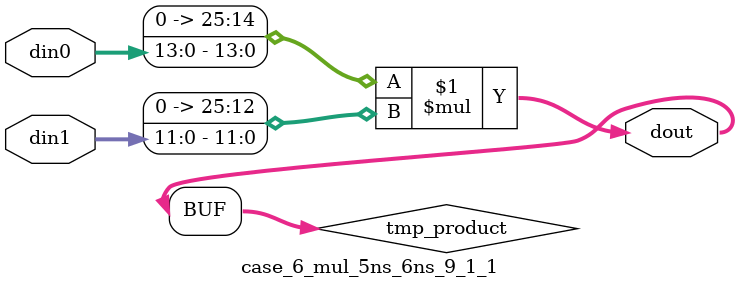
<source format=v>

`timescale 1 ns / 1 ps

 (* use_dsp = "no" *)  module case_6_mul_5ns_6ns_9_1_1(din0, din1, dout);
parameter ID = 1;
parameter NUM_STAGE = 0;
parameter din0_WIDTH = 14;
parameter din1_WIDTH = 12;
parameter dout_WIDTH = 26;

input [din0_WIDTH - 1 : 0] din0; 
input [din1_WIDTH - 1 : 0] din1; 
output [dout_WIDTH - 1 : 0] dout;

wire signed [dout_WIDTH - 1 : 0] tmp_product;
























assign tmp_product = $signed({1'b0, din0}) * $signed({1'b0, din1});











assign dout = tmp_product;





















endmodule

</source>
